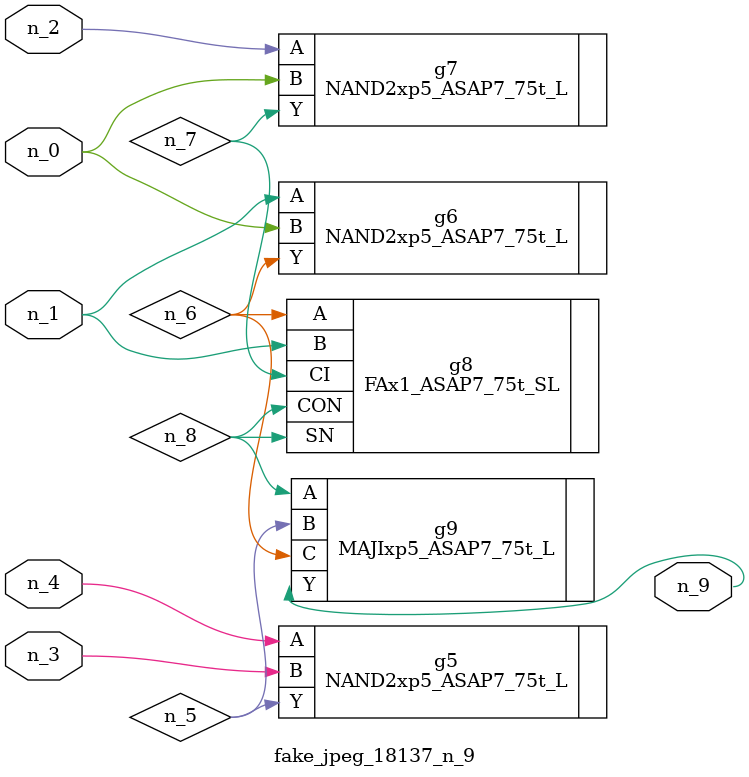
<source format=v>
module fake_jpeg_18137_n_9 (n_3, n_2, n_1, n_0, n_4, n_9);

input n_3;
input n_2;
input n_1;
input n_0;
input n_4;

output n_9;

wire n_8;
wire n_6;
wire n_5;
wire n_7;

NAND2xp5_ASAP7_75t_L g5 ( 
.A(n_4),
.B(n_3),
.Y(n_5)
);

NAND2xp5_ASAP7_75t_L g6 ( 
.A(n_1),
.B(n_0),
.Y(n_6)
);

NAND2xp5_ASAP7_75t_L g7 ( 
.A(n_2),
.B(n_0),
.Y(n_7)
);

FAx1_ASAP7_75t_SL g8 ( 
.A(n_6),
.B(n_1),
.CI(n_7),
.CON(n_8),
.SN(n_8)
);

MAJIxp5_ASAP7_75t_L g9 ( 
.A(n_8),
.B(n_5),
.C(n_6),
.Y(n_9)
);


endmodule
</source>
